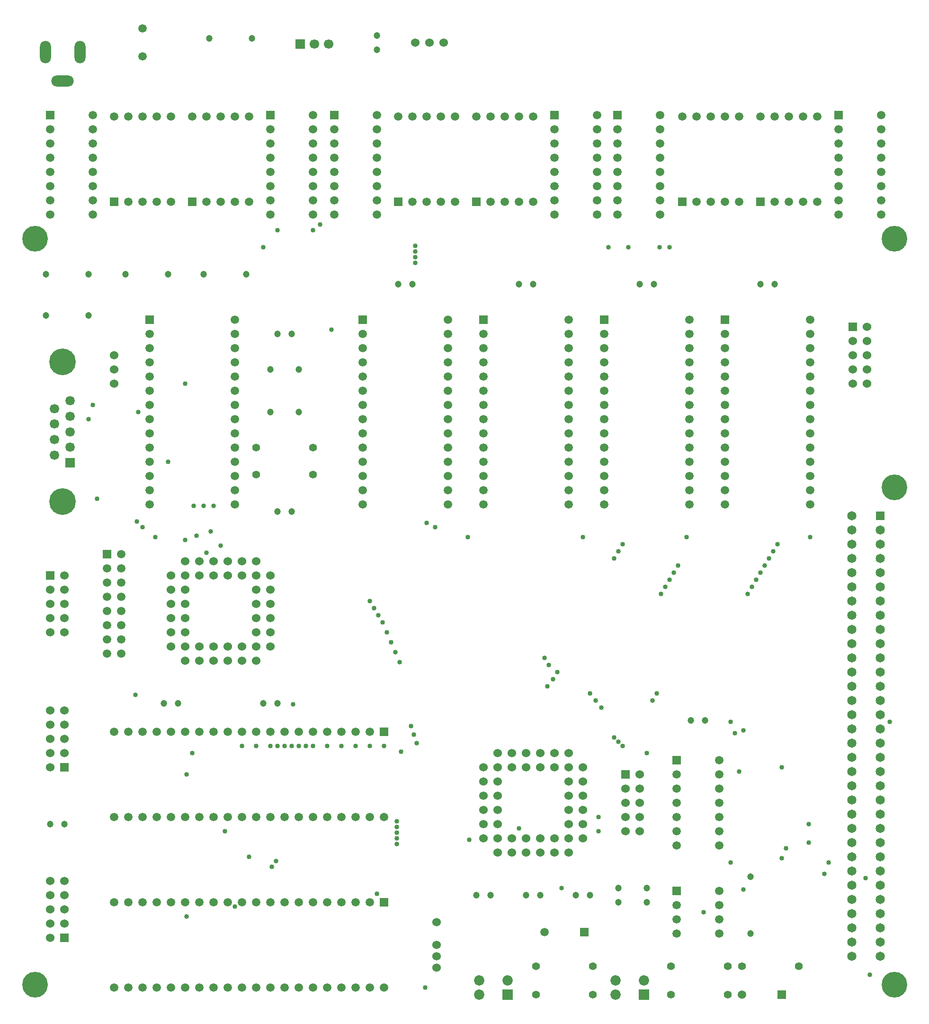
<source format=gbr>
G04 Layer_Color=8388736*
%FSLAX26Y26*%
%MOIN*%
%TF.FileFunction,Soldermask,Top*%
%TF.Part,Single*%
G01*
G75*
%TA.AperFunction,ComponentPad*%
%ADD15O,0.078740X0.157480*%
%ADD16O,0.157480X0.078740*%
%ADD17C,0.187402*%
%ADD18R,0.066535X0.066535*%
%ADD19C,0.066535*%
%ADD20C,0.055118*%
%ADD21R,0.059055X0.059055*%
%ADD22C,0.059055*%
%ADD23C,0.047244*%
%ADD24C,0.072835*%
%ADD25R,0.072835X0.072835*%
%ADD26R,0.059055X0.059055*%
%ADD27C,0.059055*%
%ADD28C,0.060000*%
%ADD29R,0.060000X0.060000*%
%ADD30R,0.059055X0.059055*%
%ADD31R,0.059055X0.059055*%
%ADD32C,0.064961*%
%ADD33C,0.181102*%
%ADD34R,0.064961X0.064961*%
%ADD35R,0.066929X0.066929*%
%ADD36C,0.066929*%
%TA.AperFunction,ViaPad*%
%ADD37C,0.181102*%
%ADD38C,0.033465*%
D15*
X215276Y6780630D02*
D03*
X459370Y6780787D02*
D03*
D16*
X335000Y6580000D02*
D03*
D17*
X334016Y4601929D02*
D03*
Y3618071D02*
D03*
D18*
X389921Y3891890D02*
D03*
D19*
X278110Y3946417D02*
D03*
X389921Y4000945D02*
D03*
X278110Y4055472D02*
D03*
X389921Y4110000D02*
D03*
X278110Y4164528D02*
D03*
X389921Y4219055D02*
D03*
X278110Y4273583D02*
D03*
X389921Y4328110D02*
D03*
D20*
X3670000Y150000D02*
D03*
X4070000D02*
D03*
X5020000D02*
D03*
X4620000D02*
D03*
X3670000Y350000D02*
D03*
X4070000D02*
D03*
X5020000D02*
D03*
X4620000D02*
D03*
X5520000D02*
D03*
X5120000D02*
D03*
X2100000Y4000000D02*
D03*
X1700000D02*
D03*
X2100000Y3810000D02*
D03*
X1700000D02*
D03*
D21*
X5399764Y150000D02*
D03*
X4009764Y590000D02*
D03*
X950000Y4900000D02*
D03*
D22*
X5120236Y150000D02*
D03*
X5350000Y5730000D02*
D03*
X5450000D02*
D03*
X5550000D02*
D03*
X5650000D02*
D03*
X5250000Y6330000D02*
D03*
X5350000D02*
D03*
X5450000D02*
D03*
X5550000D02*
D03*
X5650000D02*
D03*
X4800000Y5730000D02*
D03*
X4900000D02*
D03*
X5000000D02*
D03*
X5100000D02*
D03*
X4700000Y6330000D02*
D03*
X4800000D02*
D03*
X4900000D02*
D03*
X5000000D02*
D03*
X5100000D02*
D03*
X1350000Y5730000D02*
D03*
X1450000D02*
D03*
X1550000D02*
D03*
X1650000D02*
D03*
X1250000Y6330000D02*
D03*
X1350000D02*
D03*
X1450000D02*
D03*
X1550000D02*
D03*
X1650000D02*
D03*
X800000Y5730000D02*
D03*
X900000D02*
D03*
X1000000D02*
D03*
X1100000D02*
D03*
X700000Y6330000D02*
D03*
X800000D02*
D03*
X900000D02*
D03*
X1000000D02*
D03*
X1100000D02*
D03*
X3350000Y5730000D02*
D03*
X3450000D02*
D03*
X3550000D02*
D03*
X3650000D02*
D03*
X3250000Y6330000D02*
D03*
X3350000D02*
D03*
X3450000D02*
D03*
X3550000D02*
D03*
X3650000D02*
D03*
X2800000Y5730000D02*
D03*
X2900000D02*
D03*
X3000000D02*
D03*
X3100000D02*
D03*
X2700000Y6330000D02*
D03*
X2800000D02*
D03*
X2900000D02*
D03*
X3000000D02*
D03*
X3100000D02*
D03*
X3730236Y590000D02*
D03*
X750000Y3250000D02*
D03*
X650000Y3150000D02*
D03*
X750000D02*
D03*
X650000Y3050000D02*
D03*
X750000D02*
D03*
X650000Y2950000D02*
D03*
X750000D02*
D03*
X650000Y2850000D02*
D03*
X750000D02*
D03*
X650000Y2750000D02*
D03*
X750000D02*
D03*
X650000Y2650000D02*
D03*
X750000D02*
D03*
X650000Y2550000D02*
D03*
X750000D02*
D03*
X950000Y4800000D02*
D03*
Y4700000D02*
D03*
Y4600000D02*
D03*
Y4500000D02*
D03*
Y4400000D02*
D03*
Y4300000D02*
D03*
Y4200000D02*
D03*
Y4100000D02*
D03*
Y4000000D02*
D03*
Y3900000D02*
D03*
Y3800000D02*
D03*
Y3700000D02*
D03*
Y3600000D02*
D03*
X1550000Y4900000D02*
D03*
Y4800000D02*
D03*
Y4700000D02*
D03*
Y4600000D02*
D03*
Y4500000D02*
D03*
Y4400000D02*
D03*
Y4300000D02*
D03*
Y4200000D02*
D03*
Y4100000D02*
D03*
Y4000000D02*
D03*
Y3900000D02*
D03*
Y3800000D02*
D03*
Y3700000D02*
D03*
Y3600000D02*
D03*
X900000Y6948425D02*
D03*
Y6751575D02*
D03*
D23*
X3600000Y850000D02*
D03*
X3700000D02*
D03*
X4250000Y900000D02*
D03*
Y800000D02*
D03*
X4450000D02*
D03*
Y900000D02*
D03*
X1150000Y2200000D02*
D03*
X1050000D02*
D03*
X3350000Y850000D02*
D03*
X3250000D02*
D03*
X4500000Y5150000D02*
D03*
X4400000D02*
D03*
X2800000D02*
D03*
X2700000D02*
D03*
X3650000D02*
D03*
X3550000D02*
D03*
X1850000Y2200000D02*
D03*
X1750000D02*
D03*
X4760000Y2080000D02*
D03*
X4860000D02*
D03*
X3950000Y850000D02*
D03*
X4050000D02*
D03*
X250000Y1350000D02*
D03*
X5350000Y5150000D02*
D03*
X5250000D02*
D03*
X1950000Y3550000D02*
D03*
X1850000D02*
D03*
X1330000Y5220000D02*
D03*
X1630000D02*
D03*
X780000D02*
D03*
X1080000D02*
D03*
X520000D02*
D03*
X220000D02*
D03*
Y4930000D02*
D03*
X520000D02*
D03*
X1850000Y4800000D02*
D03*
X1950000D02*
D03*
X2000000Y4550000D02*
D03*
X1800000D02*
D03*
X2550000Y6900000D02*
D03*
Y6800000D02*
D03*
X1670000Y6880000D02*
D03*
X1370000D02*
D03*
X1800000Y4250000D02*
D03*
X2000000D02*
D03*
X5180000Y980000D02*
D03*
Y580000D02*
D03*
X350000Y1350000D02*
D03*
D24*
X3470000Y250000D02*
D03*
X3270000D02*
D03*
Y150000D02*
D03*
X4430000Y250000D02*
D03*
X4230000D02*
D03*
Y150000D02*
D03*
D25*
X3470000D02*
D03*
X4430000D02*
D03*
D26*
X4150000Y4900000D02*
D03*
X2450000D02*
D03*
X5000000D02*
D03*
X5800000Y6340000D02*
D03*
X4241762D02*
D03*
X1800000D02*
D03*
X250000D02*
D03*
X3800000D02*
D03*
X2250000D02*
D03*
X3300000Y4900000D02*
D03*
X4660000Y880000D02*
D03*
Y1800000D02*
D03*
D27*
X4150000Y4800000D02*
D03*
Y4700000D02*
D03*
Y4600000D02*
D03*
Y4500000D02*
D03*
Y4400000D02*
D03*
Y4300000D02*
D03*
Y4200000D02*
D03*
Y4100000D02*
D03*
Y4000000D02*
D03*
Y3900000D02*
D03*
Y3800000D02*
D03*
Y3700000D02*
D03*
Y3600000D02*
D03*
X4750000Y4900000D02*
D03*
Y4800000D02*
D03*
Y4700000D02*
D03*
Y4600000D02*
D03*
Y4500000D02*
D03*
Y4400000D02*
D03*
Y4300000D02*
D03*
Y4200000D02*
D03*
Y4100000D02*
D03*
Y4000000D02*
D03*
Y3900000D02*
D03*
Y3800000D02*
D03*
Y3700000D02*
D03*
Y3600000D02*
D03*
X2450000Y4800000D02*
D03*
Y4700000D02*
D03*
Y4600000D02*
D03*
Y4500000D02*
D03*
Y4400000D02*
D03*
Y4300000D02*
D03*
Y4200000D02*
D03*
Y4100000D02*
D03*
Y4000000D02*
D03*
Y3900000D02*
D03*
Y3800000D02*
D03*
Y3700000D02*
D03*
Y3600000D02*
D03*
X3050000Y4900000D02*
D03*
Y4800000D02*
D03*
Y4700000D02*
D03*
Y4600000D02*
D03*
Y4500000D02*
D03*
Y4400000D02*
D03*
Y4300000D02*
D03*
Y4200000D02*
D03*
Y4100000D02*
D03*
Y4000000D02*
D03*
Y3900000D02*
D03*
Y3800000D02*
D03*
Y3700000D02*
D03*
Y3600000D02*
D03*
X5000000Y4800000D02*
D03*
Y4700000D02*
D03*
Y4600000D02*
D03*
Y4500000D02*
D03*
Y4400000D02*
D03*
Y4300000D02*
D03*
Y4200000D02*
D03*
Y4100000D02*
D03*
Y4000000D02*
D03*
Y3900000D02*
D03*
Y3800000D02*
D03*
Y3700000D02*
D03*
Y3600000D02*
D03*
X5600000Y4900000D02*
D03*
Y4800000D02*
D03*
Y4700000D02*
D03*
Y4600000D02*
D03*
Y4500000D02*
D03*
Y4400000D02*
D03*
Y4300000D02*
D03*
Y4200000D02*
D03*
Y4100000D02*
D03*
Y4000000D02*
D03*
Y3900000D02*
D03*
Y3800000D02*
D03*
Y3700000D02*
D03*
Y3600000D02*
D03*
X2500000Y800000D02*
D03*
X2400000D02*
D03*
X2300000D02*
D03*
X2200000D02*
D03*
X2100000D02*
D03*
X2000000D02*
D03*
X1900000D02*
D03*
X1800000D02*
D03*
X1700000D02*
D03*
X1600000D02*
D03*
X1500000D02*
D03*
X1400000D02*
D03*
X1300000D02*
D03*
X1200000D02*
D03*
X1100000D02*
D03*
X1000000D02*
D03*
X900000D02*
D03*
X800000D02*
D03*
X700000D02*
D03*
X2600000Y200000D02*
D03*
X2500000D02*
D03*
X2400000D02*
D03*
X2300000D02*
D03*
X2200000D02*
D03*
X2100000D02*
D03*
X2000000D02*
D03*
X1900000D02*
D03*
X1800000D02*
D03*
X1700000D02*
D03*
X1600000D02*
D03*
X1500000D02*
D03*
X1400000D02*
D03*
X1300000D02*
D03*
X1200000D02*
D03*
X1100000D02*
D03*
X1000000D02*
D03*
X900000D02*
D03*
X800000D02*
D03*
X700000D02*
D03*
X6100000Y5640000D02*
D03*
Y5740000D02*
D03*
Y5840000D02*
D03*
Y5940000D02*
D03*
Y6040000D02*
D03*
Y6140000D02*
D03*
Y6240000D02*
D03*
Y6340000D02*
D03*
X5800000Y5640000D02*
D03*
Y5740000D02*
D03*
Y5840000D02*
D03*
Y5940000D02*
D03*
Y6040000D02*
D03*
Y6140000D02*
D03*
Y6240000D02*
D03*
X4541762Y5640000D02*
D03*
Y5740000D02*
D03*
Y5840000D02*
D03*
Y5940000D02*
D03*
Y6040000D02*
D03*
Y6140000D02*
D03*
Y6240000D02*
D03*
Y6340000D02*
D03*
X4241762Y5640000D02*
D03*
Y5740000D02*
D03*
Y5840000D02*
D03*
Y5940000D02*
D03*
Y6040000D02*
D03*
Y6140000D02*
D03*
Y6240000D02*
D03*
X2100000Y5640000D02*
D03*
Y5740000D02*
D03*
Y5840000D02*
D03*
Y5940000D02*
D03*
Y6040000D02*
D03*
Y6140000D02*
D03*
Y6240000D02*
D03*
Y6340000D02*
D03*
X1800000Y5640000D02*
D03*
Y5740000D02*
D03*
Y5840000D02*
D03*
Y5940000D02*
D03*
Y6040000D02*
D03*
Y6140000D02*
D03*
Y6240000D02*
D03*
X550000Y5640000D02*
D03*
Y5740000D02*
D03*
Y5840000D02*
D03*
Y5940000D02*
D03*
Y6040000D02*
D03*
Y6140000D02*
D03*
Y6240000D02*
D03*
Y6340000D02*
D03*
X250000Y5640000D02*
D03*
Y5740000D02*
D03*
Y5840000D02*
D03*
Y5940000D02*
D03*
Y6040000D02*
D03*
Y6140000D02*
D03*
Y6240000D02*
D03*
X4100000Y5640000D02*
D03*
Y5740000D02*
D03*
Y5840000D02*
D03*
Y5940000D02*
D03*
Y6040000D02*
D03*
Y6140000D02*
D03*
Y6240000D02*
D03*
Y6340000D02*
D03*
X3800000Y5640000D02*
D03*
Y5740000D02*
D03*
Y5840000D02*
D03*
Y5940000D02*
D03*
Y6040000D02*
D03*
Y6140000D02*
D03*
Y6240000D02*
D03*
X2550000Y5640000D02*
D03*
Y5740000D02*
D03*
Y5840000D02*
D03*
Y5940000D02*
D03*
Y6040000D02*
D03*
Y6140000D02*
D03*
Y6240000D02*
D03*
Y6340000D02*
D03*
X2250000Y5640000D02*
D03*
Y5740000D02*
D03*
Y5840000D02*
D03*
Y5940000D02*
D03*
Y6040000D02*
D03*
Y6140000D02*
D03*
Y6240000D02*
D03*
X2500000Y2000000D02*
D03*
X2400000D02*
D03*
X2300000D02*
D03*
X2200000D02*
D03*
X2100000D02*
D03*
X2000000D02*
D03*
X1900000D02*
D03*
X1800000D02*
D03*
X1700000D02*
D03*
X1600000D02*
D03*
X1500000D02*
D03*
X1400000D02*
D03*
X1300000D02*
D03*
X1200000D02*
D03*
X1100000D02*
D03*
X1000000D02*
D03*
X900000D02*
D03*
X800000D02*
D03*
X700000D02*
D03*
X2600000Y1400000D02*
D03*
X2500000D02*
D03*
X2400000D02*
D03*
X2300000D02*
D03*
X2200000D02*
D03*
X2100000D02*
D03*
X2000000D02*
D03*
X1900000D02*
D03*
X1800000D02*
D03*
X1700000D02*
D03*
X1600000D02*
D03*
X1500000D02*
D03*
X1400000D02*
D03*
X1300000D02*
D03*
X1200000D02*
D03*
X1100000D02*
D03*
X1000000D02*
D03*
X900000D02*
D03*
X800000D02*
D03*
X700000D02*
D03*
X3300000Y4800000D02*
D03*
Y4700000D02*
D03*
Y4600000D02*
D03*
Y4500000D02*
D03*
Y4400000D02*
D03*
Y4300000D02*
D03*
Y4200000D02*
D03*
Y4100000D02*
D03*
Y4000000D02*
D03*
Y3900000D02*
D03*
Y3800000D02*
D03*
Y3700000D02*
D03*
Y3600000D02*
D03*
X3900000Y4900000D02*
D03*
Y4800000D02*
D03*
Y4700000D02*
D03*
Y4600000D02*
D03*
Y4500000D02*
D03*
Y4400000D02*
D03*
Y4300000D02*
D03*
Y4200000D02*
D03*
Y4100000D02*
D03*
Y4000000D02*
D03*
Y3900000D02*
D03*
Y3800000D02*
D03*
Y3700000D02*
D03*
Y3600000D02*
D03*
X4960000Y580000D02*
D03*
Y680000D02*
D03*
Y780000D02*
D03*
Y880000D02*
D03*
X4660000Y580000D02*
D03*
Y680000D02*
D03*
Y780000D02*
D03*
X4960000Y1200000D02*
D03*
Y1300000D02*
D03*
Y1400000D02*
D03*
Y1500000D02*
D03*
Y1600000D02*
D03*
Y1700000D02*
D03*
Y1800000D02*
D03*
X4660000Y1200000D02*
D03*
Y1300000D02*
D03*
Y1400000D02*
D03*
Y1500000D02*
D03*
Y1600000D02*
D03*
Y1700000D02*
D03*
D28*
X1400000Y2600000D02*
D03*
X1500000Y2500000D02*
D03*
Y2600000D02*
D03*
X1600000Y2500000D02*
D03*
Y2600000D02*
D03*
X1700000Y2500000D02*
D03*
X1800000Y2600000D02*
D03*
X1700000D02*
D03*
X1800000Y2700000D02*
D03*
X1700000D02*
D03*
X1800000Y2800000D02*
D03*
X1700000D02*
D03*
X1800000Y2900000D02*
D03*
X1700000D02*
D03*
X1800000Y3000000D02*
D03*
X1700000D02*
D03*
X1800000Y3100000D02*
D03*
X1700000Y3200000D02*
D03*
Y3100000D02*
D03*
X1600000Y3200000D02*
D03*
Y3100000D02*
D03*
X1500000Y3200000D02*
D03*
Y3100000D02*
D03*
X1400000Y3200000D02*
D03*
Y3100000D02*
D03*
X1200000Y3000000D02*
D03*
Y2900000D02*
D03*
Y3100000D02*
D03*
X1300000Y3200000D02*
D03*
Y3100000D02*
D03*
X1200000Y3200000D02*
D03*
X1300000Y2600000D02*
D03*
X1100000Y3100000D02*
D03*
X1300000Y2500000D02*
D03*
X1100000Y3000000D02*
D03*
Y2900000D02*
D03*
X1200000Y2800000D02*
D03*
Y2700000D02*
D03*
X1100000Y2800000D02*
D03*
X1200000Y2600000D02*
D03*
X1100000Y2700000D02*
D03*
Y2600000D02*
D03*
X1200000Y2500000D02*
D03*
X1400000D02*
D03*
X700000Y4450000D02*
D03*
Y4550000D02*
D03*
Y4650000D02*
D03*
X350000Y2700000D02*
D03*
X250000D02*
D03*
X350000Y2800000D02*
D03*
X250000D02*
D03*
X350000Y2900000D02*
D03*
X250000D02*
D03*
X350000Y3000000D02*
D03*
X250000D02*
D03*
X350000Y3100000D02*
D03*
X250000Y2150000D02*
D03*
X350000D02*
D03*
X250000Y2050000D02*
D03*
X350000D02*
D03*
X250000Y1950000D02*
D03*
X350000D02*
D03*
X250000Y1850000D02*
D03*
X350000D02*
D03*
X250000Y1750000D02*
D03*
Y950000D02*
D03*
X350000D02*
D03*
X250000Y850000D02*
D03*
X350000D02*
D03*
X250000Y750000D02*
D03*
X350000D02*
D03*
X250000Y650000D02*
D03*
X350000D02*
D03*
X250000Y550000D02*
D03*
X4400000Y1300000D02*
D03*
X4300000D02*
D03*
X4400000Y1400000D02*
D03*
X4300000D02*
D03*
X4400000Y1500000D02*
D03*
X4300000D02*
D03*
X4400000Y1600000D02*
D03*
X4300000D02*
D03*
X4400000Y1700000D02*
D03*
X3020000Y6850000D02*
D03*
X2920000D02*
D03*
X2820000D02*
D03*
X6000000Y4450000D02*
D03*
X5900000D02*
D03*
X6000000Y4550000D02*
D03*
X5900000D02*
D03*
X6000000Y4650000D02*
D03*
X5900000D02*
D03*
X6000000Y4750000D02*
D03*
X5900000D02*
D03*
X6000000Y4850000D02*
D03*
X2970000Y660000D02*
D03*
Y500000D02*
D03*
Y420000D02*
D03*
Y340000D02*
D03*
X3700000Y1750000D02*
D03*
X3600000Y1850000D02*
D03*
Y1750000D02*
D03*
X3500000Y1850000D02*
D03*
Y1750000D02*
D03*
X3400000Y1850000D02*
D03*
X3300000Y1750000D02*
D03*
X3400000D02*
D03*
X3300000Y1650000D02*
D03*
X3400000D02*
D03*
X3300000Y1550000D02*
D03*
X3400000D02*
D03*
X3300000Y1450000D02*
D03*
X3400000D02*
D03*
X3300000Y1350000D02*
D03*
X3400000D02*
D03*
X3300000Y1250000D02*
D03*
X3400000Y1150000D02*
D03*
Y1250000D02*
D03*
X3500000Y1150000D02*
D03*
Y1250000D02*
D03*
X3600000Y1150000D02*
D03*
Y1250000D02*
D03*
X3700000Y1150000D02*
D03*
Y1250000D02*
D03*
X3900000Y1350000D02*
D03*
Y1450000D02*
D03*
Y1250000D02*
D03*
X3800000Y1150000D02*
D03*
Y1250000D02*
D03*
X3900000Y1150000D02*
D03*
X3800000Y1750000D02*
D03*
X4000000Y1250000D02*
D03*
X3800000Y1850000D02*
D03*
X4000000Y1350000D02*
D03*
Y1450000D02*
D03*
X3900000Y1550000D02*
D03*
Y1650000D02*
D03*
X4000000Y1550000D02*
D03*
X3900000Y1750000D02*
D03*
X4000000Y1650000D02*
D03*
Y1750000D02*
D03*
X3900000Y1850000D02*
D03*
X3700000D02*
D03*
D29*
X250000Y3100000D02*
D03*
X350000Y1750000D02*
D03*
Y550000D02*
D03*
X4300000Y1700000D02*
D03*
X5900000Y4850000D02*
D03*
D30*
X2600000Y800000D02*
D03*
Y2000000D02*
D03*
D31*
X5250000Y5730000D02*
D03*
X4700000D02*
D03*
X1250000D02*
D03*
X700000D02*
D03*
X3250000D02*
D03*
X2700000D02*
D03*
X650000Y3250000D02*
D03*
D32*
X5890551Y3418504D02*
D03*
Y3118504D02*
D03*
Y2818504D02*
D03*
Y2518504D02*
D03*
X6090551Y518504D02*
D03*
X5890551Y3518504D02*
D03*
Y3318504D02*
D03*
Y3218504D02*
D03*
Y3018504D02*
D03*
Y2918504D02*
D03*
Y2718504D02*
D03*
Y2618504D02*
D03*
Y2418504D02*
D03*
X6090551Y3318504D02*
D03*
Y3218504D02*
D03*
Y3018504D02*
D03*
Y2918504D02*
D03*
Y2718504D02*
D03*
Y2618504D02*
D03*
Y2418504D02*
D03*
X5890551Y418504D02*
D03*
Y618504D02*
D03*
Y718504D02*
D03*
Y918504D02*
D03*
Y1018504D02*
D03*
Y1218504D02*
D03*
Y1318504D02*
D03*
Y1518504D02*
D03*
X6090551Y418504D02*
D03*
Y618504D02*
D03*
Y718504D02*
D03*
Y918504D02*
D03*
Y1018504D02*
D03*
Y1218504D02*
D03*
Y1318504D02*
D03*
Y1518504D02*
D03*
X5890551Y1618504D02*
D03*
Y1718504D02*
D03*
Y1818504D02*
D03*
Y1918504D02*
D03*
Y2018504D02*
D03*
Y2118504D02*
D03*
Y2218504D02*
D03*
Y2318504D02*
D03*
X6090551Y1618504D02*
D03*
Y1718504D02*
D03*
Y1818504D02*
D03*
Y1918504D02*
D03*
Y2018504D02*
D03*
Y2118504D02*
D03*
Y2218504D02*
D03*
Y2318504D02*
D03*
Y3418504D02*
D03*
Y3118504D02*
D03*
Y2818504D02*
D03*
Y2518504D02*
D03*
Y1418504D02*
D03*
Y1118504D02*
D03*
Y818504D02*
D03*
X5890551Y518504D02*
D03*
Y818504D02*
D03*
Y1118504D02*
D03*
Y1418504D02*
D03*
D33*
X6190551Y218504D02*
D03*
Y3718504D02*
D03*
D34*
X6090551Y3518504D02*
D03*
D35*
X2010000Y6840000D02*
D03*
D36*
X2110000D02*
D03*
X2210000D02*
D03*
D37*
X141732Y218504D02*
D03*
X6190551Y5468504D02*
D03*
X141732D02*
D03*
D38*
X3850000Y900000D02*
D03*
X1550000Y770000D02*
D03*
X1480000Y1300000D02*
D03*
X2690000Y1370000D02*
D03*
Y1330000D02*
D03*
Y1290000D02*
D03*
Y1250000D02*
D03*
Y1210000D02*
D03*
X3200000Y1240000D02*
D03*
X1810000Y1050000D02*
D03*
X1840000Y1090000D02*
D03*
X2890000Y200000D02*
D03*
X1650000Y1120000D02*
D03*
X5370000Y3320000D02*
D03*
X5340000Y3270000D02*
D03*
X5310000Y3220000D02*
D03*
X5280000Y3170000D02*
D03*
X5250000Y3118504D02*
D03*
X5220000Y3070000D02*
D03*
X5160000Y2970000D02*
D03*
X5190000Y3018504D02*
D03*
X4490000Y2220000D02*
D03*
X4520000Y2270000D02*
D03*
X4110000Y1400000D02*
D03*
Y1300000D02*
D03*
X4670000Y3170000D02*
D03*
X4640000Y3120000D02*
D03*
X4610000Y3070000D02*
D03*
X4580000Y3020000D02*
D03*
X4550000Y2970000D02*
D03*
X4280000Y3320000D02*
D03*
X4250000Y3270000D02*
D03*
X4220000Y3220000D02*
D03*
X2550000Y860000D02*
D03*
X2050000Y1900000D02*
D03*
X1950000D02*
D03*
X1850000D02*
D03*
X4850000Y730000D02*
D03*
X1080000Y3900000D02*
D03*
X580000Y3640000D02*
D03*
X2960000Y3440000D02*
D03*
X2900000Y3470000D02*
D03*
X1960000Y2192500D02*
D03*
X2600000Y1900000D02*
D03*
X2500000D02*
D03*
X2400000D02*
D03*
X2300000D02*
D03*
X2200000D02*
D03*
X2100000D02*
D03*
X2000000D02*
D03*
X1900000D02*
D03*
X1800000D02*
D03*
X1700000D02*
D03*
X1600000D02*
D03*
X3730000Y2520000D02*
D03*
X3760000Y2470000D02*
D03*
X2710000Y2490000D02*
D03*
X2680000Y2560000D02*
D03*
X2650000Y2630000D02*
D03*
X2620000Y2700000D02*
D03*
X2590000Y2770000D02*
D03*
X2560000Y2820000D02*
D03*
X2530000Y2870000D02*
D03*
X2500000Y2918504D02*
D03*
X3790000Y2370000D02*
D03*
X3820000Y2418504D02*
D03*
X1450000Y3310000D02*
D03*
X1350000Y3260000D02*
D03*
X860000Y3480000D02*
D03*
X1260000Y3590000D02*
D03*
X1330000D02*
D03*
X1200000Y4450000D02*
D03*
X900000Y3440000D02*
D03*
X550000Y4300000D02*
D03*
X520000Y4200000D02*
D03*
X990000Y3370000D02*
D03*
X1400000Y3590000D02*
D03*
X870000Y4250000D02*
D03*
X2150000Y5570000D02*
D03*
X2100000Y5530000D02*
D03*
X2820000Y5380000D02*
D03*
X1850000Y5530000D02*
D03*
X2820000Y5340000D02*
D03*
Y5300000D02*
D03*
X1750000Y5410000D02*
D03*
X2820000Y5420000D02*
D03*
X4450000Y1850000D02*
D03*
X4050000Y2270000D02*
D03*
X4090000Y2220000D02*
D03*
X4130000Y2170000D02*
D03*
X4220000Y1960000D02*
D03*
X4250000Y1930000D02*
D03*
X4280000Y1900000D02*
D03*
X3750000Y2320000D02*
D03*
X1250000Y1850000D02*
D03*
X850000Y2260000D02*
D03*
X1210000Y700000D02*
D03*
Y1700000D02*
D03*
X1200000Y3350000D02*
D03*
X1280000Y3380000D02*
D03*
X1380000Y3410000D02*
D03*
X5070000Y1990000D02*
D03*
X5130000Y2010000D02*
D03*
X5100000Y1720000D02*
D03*
X5590000Y1350000D02*
D03*
Y1220000D02*
D03*
X2230000Y4830000D02*
D03*
X6020000Y290000D02*
D03*
X5400000Y1750000D02*
D03*
X5700000Y1000000D02*
D03*
X5990000Y970000D02*
D03*
X5730000Y1080000D02*
D03*
X5400000Y1110000D02*
D03*
X5430000Y1180000D02*
D03*
X5040000Y1080000D02*
D03*
Y2070236D02*
D03*
X6160000Y2070000D02*
D03*
X4000000Y3370000D02*
D03*
X3190000D02*
D03*
X3550000Y1320000D02*
D03*
X2720000Y1860000D02*
D03*
X4730000Y3370000D02*
D03*
X5600000D02*
D03*
X5130000Y890000D02*
D03*
X4180000Y5410000D02*
D03*
X4320000D02*
D03*
X4540000D02*
D03*
X4610000D02*
D03*
X2830000Y1920000D02*
D03*
X2810000Y1980000D02*
D03*
X2790000Y2040000D02*
D03*
%TF.MD5,23533F8B2995BF109ED43A3C4A396B91*%
M02*

</source>
